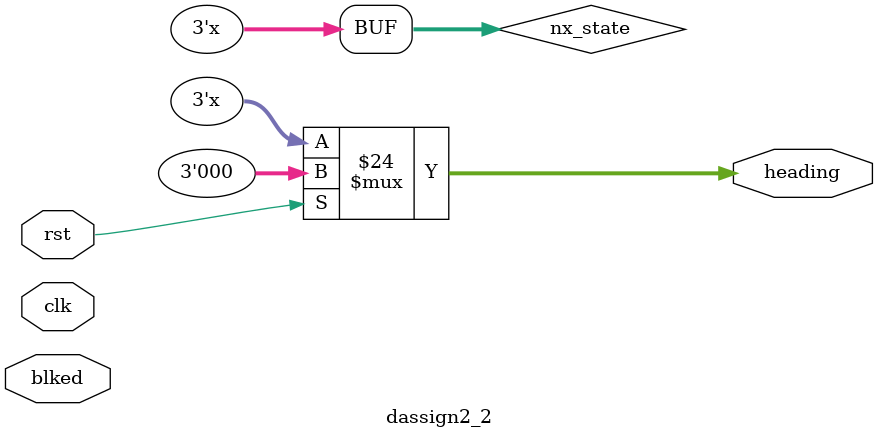
<source format=v>

module dassign2_1 (
  output [255:0] H256_out,
  output out_v,
  input [255:0] H256_in,
  input [511:0] M_in,
  input in_v,
  input clk
);
//
// keep track of which round the loop is running
//
reg [6:0] round;

//
// a-h_in are loaded with the input
//
wire [31:0] a_in = H256_in[255:224], b_in = H256_in[223:192];
wire [31:0] c_in = H256_in[191:160], d_in = H256_in[159:128];
wire [31:0] e_in = H256_in[127:96], f_in = H256_in[95:64];
wire [31:0] g_in = H256_in[63:32], h_in = H256_in[31:0];

//
// a-h_q are storage register outputs
// a-h_d are storage register inputs
//
reg [31:0] a_q, b_q, c_q, d_q, e_q, f_q, g_q, h_q;
wire [31:0] a_d, b_d, c_d, d_d, e_d, f_d, g_d, h_d;

wire [255:0] H256_q = {a_q, b_q, c_q, d_q, e_q, f_q, h_q};

// 
// Outputs of the functions that are provided in sha256.v
//
wire [31:0] Ch, Maj, S0, S1;
wire [31:0] W, K;

//
// Note: you need to instantiate the ones not shown here below
//
W_machine Wm16(W, M_in, in_v, clk);
K_machine Km16(K, in_v, clk);
Chm16 chm16(Ch, e_q, f_q, g_q);
MAm16 mam16(Maj, a_q, b_q, c_q);
S0m16 s0m16(S0, a_q);
S1m16 s1m16(S1, e_q);

//
// Outputs for the hash engine
//
assign H256_out = {a_in + a_q, b_in + b_q, c_in + c_q, d_in + d_q,
  e_in + e_q, f_in + f_q, g_in + g_q, h_in + h_q};
assign out_v = (round == 64);

//
// Your work here
//
wire [31:0] temp1, SumD, temp3, temp4;
assign b_d = a_q;
assign c_d = b_q;
assign d_d = c_q;
assign e_d = d_q + SumD;
assign f_d = e_q;
assign g_d = f_q;
assign h_d = g_q;
assign temp1 = K + W + h_q + Ch;
assign SumD = temp1 + S1;
assign temp3 = Maj + SumD;
assign a_d = S0 + temp3;


//
// Bank of Registers
//
always @(posedge clk)
begin
  if (in_v) begin
    a_q <= a_in; b_q <= b_in; c_q <= c_in; d_q <= d_in;
    e_q <= e_in; f_q <= f_in; g_q <= g_in; h_q <= h_in;
    round <= 0;
  end else begin
    a_q <= a_d; b_q <= b_d; c_q <= c_d; d_q <= d_d;
    e_q <= e_d; f_q <= f_d; g_q <= g_d; h_q <= h_d;
    round <= round + 1;
  end
end
endmodule

module dassign2_2 (
  output [2:0] heading,
  input [2:0] blked,
  input 	rst, clk
);

  //
  // Parameters declaration
  //
  parameter STATE_BITS = 3;
  parameter WAITN = 3'b000;
  parameter WAITE = 3'b001;
  parameter WAITW = 3'b011;
  parameter HEADN = 3'b100;
  parameter HEADE = 3'b101;
  parameter HEADW = 3'b111;

  reg [STATE_BITS-1:0] state, nx_state;
  reg [2:0] heading;

  //
  // State registers
  //
  always @(posedge clk)
  begin
    state <= nx_state;
  end

  //
  // Your work here for the combination logic that calculates the next state and outputs
  //
  always @(*) begin
    if (rst) begin
      state = HEADN;
      heading = 3'b000;
    end
    else begin
      case(state)
        HEADN: begin // north
          if (~blked[1]) begin
            nx_state = HEADN;
            heading = 3'b010;
          end
          else if (blked[2] && blked[1] && blked[0]) begin
            nx_state = HEADN;
            heading = 3'b000;
          end
          else if (blked[2] && blked[1] && !blked[0]) begin
            nx_state = HEADE;
            heading = 3'b001;
          end
          else if (!blked[2] && blked[1]) begin
            nx_state = HEADW;
            heading = 3'b100;
          end
        end

        HEADW: begin
          if (!blked[0]) begin
            nx_state = HEADN;
            heading = 3'b001;
          end
          else if (!blked[1] && blked[0]) begin
            nx_state = HEADW;
            heading = 3'b010;
          end
          else if (blked[1] && blked[0]) begin
            nx_state = HEADW;
            heading = 3'b000;
          end
        end

        HEADE: begin
          if (blked[2] && blked[1]) begin
            nx_state = HEADE;
            heading = 3'b000;
          end
          else if (blked[2] && !blked[1]) begin
            nx_state = HEADE;
            heading = 3'b010;
          end
          else if (!blked[2]) begin
            nx_state = HEADN;
            heading = 3'b100;
          end
        end
      endcase
    end
  end
  //
endmodule // dassign2_2

</source>
